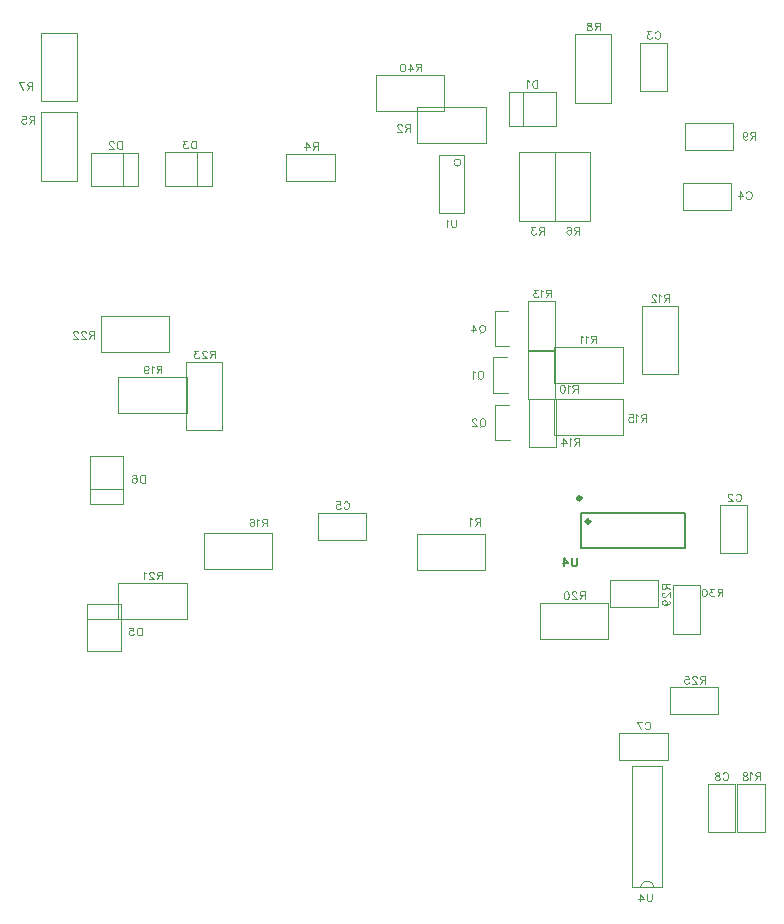
<source format=gbo>
G04 Layer: BottomSilkscreenLayer*
G04 EasyEDA Pro v1.8.39.fb3963, 2022-10-20 14:29:14*
G04 Gerber Generator version 0.3*
G04 Scale: 100 percent, Rotated: No, Reflected: No*
G04 Dimensions in millimeters*
G04 Leading zeros omitted, absolute positions, 4 integers and 2 decimals*
%FSLAX42Y42*%
%MOMM*%
%ADD10C,0.1*%
%ADD11C,0.1524*%
%ADD12C,0.299999*%
G75*


G04 Text Start*
G04 //text: R8*
G54D10*
G01X100376Y64321D02*
G01X100376Y64256D01*
G01X100376Y64321D02*
G01X100349Y64321D01*
G01X100340Y64318D01*
G01X100337Y64314D01*
G01X100334Y64308D01*
G01Y64302D01*
G01X100337Y64296D01*
G01X100340Y64293D01*
G01X100349Y64290D01*
G01X100376D01*
G01X100355Y64290D02*
G01X100334Y64256D01*
G01X100294Y64321D02*
G01X100303Y64318D01*
G01X100306Y64311D01*
G01Y64305D01*
G01X100303Y64299D01*
G01X100297Y64296D01*
G01X100285Y64293D01*
G01X100275Y64290D01*
G01X100269Y64284D01*
G01X100266Y64278D01*
G01Y64268D01*
G01X100269Y64262D01*
G01X100272Y64259D01*
G01X100281Y64256D01*
G01X100294D01*
G01X100303Y64259D01*
G01X100306Y64262D01*
G01X100309Y64268D01*
G01Y64278D01*
G01X100306Y64284D01*
G01X100300Y64290D01*
G01X100291Y64293D01*
G01X100278Y64296D01*
G01X100272Y64299D01*
G01X100269Y64305D01*
G01Y64311D01*
G01X100272Y64318D01*
G01X100281Y64321D01*
G01X100294D01*
G04 //text: U1*
G01X99163Y62651D02*
G01X99163Y62605D01*
G01X99160Y62596D01*
G01X99154Y62590D01*
G01X99145Y62587D01*
G01X99139D01*
G01X99130Y62590D01*
G01X99124Y62596D01*
G01X99121Y62605D01*
G01Y62651D01*
G01X99096Y62639D02*
G01X99090Y62642D01*
G01X99080Y62651D01*
G01Y62587D01*
G04 //text: U4*
G01X100817Y56944D02*
G01X100817Y56898D01*
G01X100814Y56889D01*
G01X100808Y56883D01*
G01X100799Y56880D01*
G01X100793D01*
G01X100783Y56883D01*
G01X100777Y56889D01*
G01X100774Y56898D01*
G01Y56944D01*
G01X100719Y56944D02*
G01X100750Y56901D01*
G01X100704D01*
G01X100719Y56944D02*
G01X100719Y56880D01*
G04 //text: R23*
G01X97118Y61543D02*
G01X97118Y61479D01*
G01X97118Y61543D02*
G01X97091Y61543D01*
G01X97082Y61540D01*
G01X97079Y61537D01*
G01X97076Y61531D01*
G01Y61525D01*
G01X97079Y61519D01*
G01X97082Y61515D01*
G01X97091Y61512D01*
G01X97118D01*
G01X97097Y61512D02*
G01X97076Y61479D01*
G01X97048Y61528D02*
G01X97048Y61531D01*
G01X97045Y61537D01*
G01X97042Y61540D01*
G01X97036Y61543D01*
G01X97023D01*
G01X97017Y61540D01*
G01X97014Y61537D01*
G01X97011Y61531D01*
G01Y61525D01*
G01X97014Y61519D01*
G01X97020Y61509D01*
G01X97051Y61479D01*
G01X97008D01*
G01X96977Y61543D02*
G01X96944Y61543D01*
G01X96962Y61519D01*
G01X96953D01*
G01X96947Y61515D01*
G01X96944Y61512D01*
G01X96941Y61503D01*
G01Y61497D01*
G01X96944Y61488D01*
G01X96950Y61482D01*
G01X96959Y61479D01*
G01X96968D01*
G01X96977Y61482D01*
G01X96980Y61485D01*
G01X96983Y61491D01*
G04 //text: R12*
G01X100964Y62019D02*
G01X100964Y61955D01*
G01X100964Y62019D02*
G01X100936Y62019D01*
G01X100927Y62016D01*
G01X100924Y62013D01*
G01X100921Y62007D01*
G01Y62001D01*
G01X100924Y61995D01*
G01X100927Y61992D01*
G01X100936Y61989D01*
G01X100964D01*
G01X100942Y61989D02*
G01X100921Y61955D01*
G01X100896Y62007D02*
G01X100890Y62010D01*
G01X100881Y62019D01*
G01Y61955D01*
G01X100853Y62004D02*
G01X100853Y62007D01*
G01X100850Y62013D01*
G01X100847Y62016D01*
G01X100841Y62019D01*
G01X100829D01*
G01X100823Y62016D01*
G01X100820Y62013D01*
G01X100817Y62007D01*
G01Y62001D01*
G01X100820Y61995D01*
G01X100826Y61986D01*
G01X100856Y61955D01*
G01X100814D01*
G04 //text: R16*
G01X97559Y60119D02*
G01X97559Y60055D01*
G01X97559Y60119D02*
G01X97532Y60119D01*
G01X97522Y60116D01*
G01X97519Y60113D01*
G01X97516Y60107D01*
G01Y60101D01*
G01X97519Y60095D01*
G01X97522Y60092D01*
G01X97532Y60088D01*
G01X97559D01*
G01X97538Y60088D02*
G01X97516Y60055D01*
G01X97492Y60107D02*
G01X97486Y60110D01*
G01X97476Y60119D01*
G01Y60055D01*
G01X97415Y60110D02*
G01X97418Y60116D01*
G01X97427Y60119D01*
G01X97433D01*
G01X97442Y60116D01*
G01X97448Y60107D01*
G01X97452Y60092D01*
G01Y60076D01*
G01X97448Y60064D01*
G01X97442Y60058D01*
G01X97433Y60055D01*
G01X97430D01*
G01X97421Y60058D01*
G01X97415Y60064D01*
G01X97412Y60073D01*
G01Y60076D01*
G01X97415Y60085D01*
G01X97421Y60092D01*
G01X97430Y60095D01*
G01X97433D01*
G01X97442Y60092D01*
G01X97448Y60085D01*
G01X97452Y60076D01*
G04 //text: C7*
G01X100760Y58385D02*
G01X100763Y58391D01*
G01X100770Y58397D01*
G01X100776Y58400D01*
G01X100788D01*
G01X100794Y58397D01*
G01X100800Y58391D01*
G01X100803Y58385D01*
G01X100806Y58375D01*
G01Y58360D01*
G01X100803Y58351D01*
G01X100800Y58345D01*
G01X100794Y58339D01*
G01X100788Y58336D01*
G01X100776D01*
G01X100770Y58339D01*
G01X100763Y58345D01*
G01X100760Y58351D01*
G01X100693Y58400D02*
G01X100723Y58336D01*
G01X100736Y58400D02*
G01X100693Y58400D01*
G04 //text: R25*
G01X101269Y58789D02*
G01X101269Y58724D01*
G01X101269Y58789D02*
G01X101241Y58789D01*
G01X101232Y58786D01*
G01X101229Y58783D01*
G01X101226Y58776D01*
G01Y58770D01*
G01X101229Y58764D01*
G01X101232Y58761D01*
G01X101241Y58758D01*
G01X101269D01*
G01X101247Y58758D02*
G01X101226Y58724D01*
G01X101198Y58773D02*
G01X101198Y58776D01*
G01X101195Y58783D01*
G01X101192Y58786D01*
G01X101186Y58789D01*
G01X101174D01*
G01X101168Y58786D01*
G01X101165Y58783D01*
G01X101162Y58776D01*
G01Y58770D01*
G01X101165Y58764D01*
G01X101171Y58755D01*
G01X101201Y58724D01*
G01X101159D01*
G01X101097Y58789D02*
G01X101128Y58789D01*
G01X101131Y58761D01*
G01X101128Y58764D01*
G01X101119Y58767D01*
G01X101110D01*
G01X101100Y58764D01*
G01X101094Y58758D01*
G01X101091Y58749D01*
G01Y58743D01*
G01X101094Y58734D01*
G01X101100Y58727D01*
G01X101110Y58724D01*
G01X101119D01*
G01X101128Y58727D01*
G01X101131Y58730D01*
G01X101134Y58737D01*
G04 //text: Q2*
G01X99391Y60969D02*
G01X99397Y60966D01*
G01X99403Y60960D01*
G01X99406Y60954D01*
G01X99409Y60944D01*
G01Y60929D01*
G01X99406Y60920D01*
G01X99403Y60914D01*
G01X99397Y60908D01*
G01X99391Y60905D01*
G01X99378D01*
G01X99372Y60908D01*
G01X99366Y60914D01*
G01X99363Y60920D01*
G01X99360Y60929D01*
G01Y60944D01*
G01X99363Y60954D01*
G01X99366Y60960D01*
G01X99372Y60966D01*
G01X99378Y60969D01*
G01X99391D01*
G01X99382Y60917D02*
G01X99363Y60898D01*
G01X99332Y60954D02*
G01X99332Y60957D01*
G01X99329Y60963D01*
G01X99326Y60966D01*
G01X99320Y60969D01*
G01X99308D01*
G01X99302Y60966D01*
G01X99299Y60963D01*
G01X99296Y60957D01*
G01Y60951D01*
G01X99299Y60944D01*
G01X99305Y60935D01*
G01X99336Y60905D01*
G01X99293D01*
G04 //text: Q1*
G01X99373Y61371D02*
G01X99379Y61368D01*
G01X99385Y61362D01*
G01X99388Y61356D01*
G01X99391Y61346D01*
G01Y61331D01*
G01X99388Y61322D01*
G01X99385Y61316D01*
G01X99379Y61310D01*
G01X99373Y61307D01*
G01X99361D01*
G01X99355Y61310D01*
G01X99349Y61316D01*
G01X99346Y61322D01*
G01X99342Y61331D01*
G01Y61346D01*
G01X99346Y61356D01*
G01X99349Y61362D01*
G01X99355Y61368D01*
G01X99361Y61371D01*
G01X99373D01*
G01X99364Y61319D02*
G01X99346Y61301D01*
G01X99318Y61359D02*
G01X99311Y61362D01*
G01X99302Y61371D01*
G01Y61307D01*
G04 //text: Q4*
G01X99386Y61764D02*
G01X99392Y61761D01*
G01X99399Y61755D01*
G01X99402Y61748D01*
G01X99405Y61739D01*
G01Y61724D01*
G01X99402Y61715D01*
G01X99399Y61709D01*
G01X99392Y61702D01*
G01X99386Y61699D01*
G01X99374D01*
G01X99368Y61702D01*
G01X99362Y61709D01*
G01X99359Y61715D01*
G01X99356Y61724D01*
G01Y61739D01*
G01X99359Y61748D01*
G01X99362Y61755D01*
G01X99368Y61761D01*
G01X99374Y61764D01*
G01X99386D01*
G01X99377Y61712D02*
G01X99359Y61693D01*
G01X99301Y61764D02*
G01X99331Y61721D01*
G01X99285D01*
G01X99301Y61764D02*
G01X99301Y61699D01*
G04 //text: R14*
G01X100204Y60803D02*
G01X100204Y60739D01*
G01X100204Y60803D02*
G01X100177Y60803D01*
G01X100167Y60800D01*
G01X100164Y60797D01*
G01X100161Y60791D01*
G01Y60785D01*
G01X100164Y60779D01*
G01X100167Y60776D01*
G01X100177Y60773D01*
G01X100204D01*
G01X100183Y60773D02*
G01X100161Y60739D01*
G01X100137Y60791D02*
G01X100131Y60794D01*
G01X100121Y60803D01*
G01Y60739D01*
G01X100066Y60803D02*
G01X100097Y60760D01*
G01X100051D01*
G01X100066Y60803D02*
G01X100066Y60739D01*
G04 //text: R6*
G01X100202Y62590D02*
G01X100202Y62526D01*
G01X100202Y62590D02*
G01X100175Y62590D01*
G01X100166Y62587D01*
G01X100163Y62584D01*
G01X100160Y62578D01*
G01Y62572D01*
G01X100163Y62565D01*
G01X100166Y62562D01*
G01X100175Y62559D01*
G01X100202D01*
G01X100181Y62559D02*
G01X100160Y62526D01*
G01X100098Y62581D02*
G01X100101Y62587D01*
G01X100110Y62590D01*
G01X100117D01*
G01X100126Y62587D01*
G01X100132Y62578D01*
G01X100135Y62562D01*
G01Y62547D01*
G01X100132Y62535D01*
G01X100126Y62529D01*
G01X100117Y62526D01*
G01X100113D01*
G01X100104Y62529D01*
G01X100098Y62535D01*
G01X100095Y62544D01*
G01Y62547D01*
G01X100098Y62556D01*
G01X100104Y62562D01*
G01X100113Y62565D01*
G01X100117D01*
G01X100126Y62562D01*
G01X100132Y62556D01*
G01X100135Y62547D01*
G04 //text: R3*
G01X99904Y62590D02*
G01X99904Y62526D01*
G01X99904Y62590D02*
G01X99876Y62590D01*
G01X99867Y62587D01*
G01X99864Y62584D01*
G01X99861Y62578D01*
G01Y62572D01*
G01X99864Y62565D01*
G01X99867Y62562D01*
G01X99876Y62559D01*
G01X99904D01*
G01X99882Y62559D02*
G01X99861Y62526D01*
G01X99830Y62590D02*
G01X99796Y62590D01*
G01X99815Y62565D01*
G01X99806D01*
G01X99799Y62562D01*
G01X99796Y62559D01*
G01X99793Y62550D01*
G01Y62544D01*
G01X99796Y62535D01*
G01X99802Y62529D01*
G01X99812Y62526D01*
G01X99821D01*
G01X99830Y62529D01*
G01X99833Y62532D01*
G01X99836Y62538D01*
G04 //text: R11*
G01X100345Y61671D02*
G01X100345Y61607D01*
G01X100345Y61671D02*
G01X100318Y61671D01*
G01X100309Y61668D01*
G01X100306Y61665D01*
G01X100302Y61659D01*
G01Y61653D01*
G01X100306Y61647D01*
G01X100309Y61644D01*
G01X100318Y61641D01*
G01X100345D01*
G01X100324Y61641D02*
G01X100302Y61607D01*
G01X100278Y61659D02*
G01X100272Y61662D01*
G01X100262Y61671D01*
G01Y61607D01*
G01X100238Y61659D02*
G01X100232Y61662D01*
G01X100222Y61671D01*
G01Y61607D01*
G04 //text: R15*
G01X100769Y61004D02*
G01X100769Y60940D01*
G01X100769Y61004D02*
G01X100742Y61004D01*
G01X100732Y61001D01*
G01X100729Y60998D01*
G01X100726Y60992D01*
G01Y60986D01*
G01X100729Y60980D01*
G01X100732Y60977D01*
G01X100742Y60973D01*
G01X100769D01*
G01X100748Y60973D02*
G01X100726Y60940D01*
G01X100702Y60992D02*
G01X100696Y60995D01*
G01X100686Y61004D01*
G01Y60940D01*
G01X100625Y61004D02*
G01X100655Y61004D01*
G01X100658Y60977D01*
G01X100655Y60980D01*
G01X100646Y60983D01*
G01X100637D01*
G01X100628Y60980D01*
G01X100622Y60973D01*
G01X100619Y60964D01*
G01Y60958D01*
G01X100622Y60949D01*
G01X100628Y60943D01*
G01X100637Y60940D01*
G01X100646D01*
G01X100655Y60943D01*
G01X100658Y60946D01*
G01X100662Y60952D01*
G04 //text: R4*
G01X97988Y63307D02*
G01X97988Y63243D01*
G01X97988Y63307D02*
G01X97961Y63307D01*
G01X97951Y63304D01*
G01X97948Y63301D01*
G01X97945Y63295D01*
G01Y63289D01*
G01X97948Y63283D01*
G01X97951Y63279D01*
G01X97961Y63276D01*
G01X97988D01*
G01X97967Y63276D02*
G01X97945Y63243D01*
G01X97890Y63307D02*
G01X97921Y63264D01*
G01X97875D01*
G01X97890Y63307D02*
G01X97890Y63243D01*
G04 //text: C4*
G01X101616Y62876D02*
G01X101619Y62883D01*
G01X101625Y62889D01*
G01X101632Y62892D01*
G01X101644D01*
G01X101650Y62889D01*
G01X101656Y62883D01*
G01X101659Y62876D01*
G01X101662Y62867D01*
G01Y62852D01*
G01X101659Y62843D01*
G01X101656Y62837D01*
G01X101650Y62831D01*
G01X101644Y62827D01*
G01X101632D01*
G01X101625Y62831D01*
G01X101619Y62837D01*
G01X101616Y62843D01*
G01X101561Y62892D02*
G01X101592Y62849D01*
G01X101546D01*
G01X101561Y62892D02*
G01X101561Y62827D01*
G04 //text: C3*
G01X100842Y64232D02*
G01X100845Y64238D01*
G01X100852Y64244D01*
G01X100858Y64247D01*
G01X100870D01*
G01X100876Y64244D01*
G01X100882Y64238D01*
G01X100885Y64232D01*
G01X100888Y64223D01*
G01Y64207D01*
G01X100885Y64198D01*
G01X100882Y64192D01*
G01X100876Y64186D01*
G01X100870Y64183D01*
G01X100858D01*
G01X100852Y64186D01*
G01X100845Y64192D01*
G01X100842Y64198D01*
G01X100811Y64247D02*
G01X100778Y64247D01*
G01X100796Y64223D01*
G01X100787D01*
G01X100781Y64219D01*
G01X100778Y64216D01*
G01X100775Y64207D01*
G01Y64201D01*
G01X100778Y64192D01*
G01X100784Y64186D01*
G01X100793Y64183D01*
G01X100802D01*
G01X100811Y64186D01*
G01X100815Y64189D01*
G01X100818Y64195D01*
G04 //text: R9*
G01X101695Y63394D02*
G01X101695Y63330D01*
G01X101695Y63394D02*
G01X101667Y63394D01*
G01X101658Y63391D01*
G01X101655Y63388D01*
G01X101652Y63382D01*
G01Y63376D01*
G01X101655Y63370D01*
G01X101658Y63367D01*
G01X101667Y63363D01*
G01X101695D01*
G01X101673Y63363D02*
G01X101652Y63330D01*
G01X101587Y63373D02*
G01X101590Y63363D01*
G01X101596Y63357D01*
G01X101606Y63354D01*
G01X101609D01*
G01X101618Y63357D01*
G01X101624Y63363D01*
G01X101627Y63373D01*
G01Y63376D01*
G01X101624Y63385D01*
G01X101618Y63391D01*
G01X101609Y63394D01*
G01X101606D01*
G01X101596Y63391D01*
G01X101590Y63385D01*
G01X101587Y63373D01*
G01Y63357D01*
G01X101590Y63342D01*
G01X101596Y63333D01*
G01X101606Y63330D01*
G01X101612D01*
G01X101621Y63333D01*
G01X101624Y63339D01*
G04 //text: R13*
G01X99964Y62059D02*
G01X99964Y61995D01*
G01X99964Y62059D02*
G01X99936Y62059D01*
G01X99927Y62056D01*
G01X99924Y62053D01*
G01X99921Y62047D01*
G01Y62041D01*
G01X99924Y62035D01*
G01X99927Y62031D01*
G01X99936Y62028D01*
G01X99964D01*
G01X99943Y62028D02*
G01X99921Y61995D01*
G01X99897Y62047D02*
G01X99890Y62050D01*
G01X99881Y62059D01*
G01Y61995D01*
G01X99850Y62059D02*
G01X99817Y62059D01*
G01X99835Y62035D01*
G01X99826D01*
G01X99820Y62031D01*
G01X99817Y62028D01*
G01X99814Y62019D01*
G01Y62013D01*
G01X99817Y62004D01*
G01X99823Y61998D01*
G01X99832Y61995D01*
G01X99841D01*
G01X99850Y61998D01*
G01X99853Y62001D01*
G01X99856Y62007D01*
G04 //text: R10*
G01X100189Y61252D02*
G01X100189Y61187D01*
G01X100189Y61252D02*
G01X100162Y61252D01*
G01X100152Y61249D01*
G01X100149Y61246D01*
G01X100146Y61240D01*
G01Y61233D01*
G01X100149Y61227D01*
G01X100152Y61224D01*
G01X100162Y61221D01*
G01X100189D01*
G01X100168Y61221D02*
G01X100146Y61187D01*
G01X100122Y61240D02*
G01X100116Y61243D01*
G01X100106Y61252D01*
G01Y61187D01*
G01X100063Y61252D02*
G01X100072Y61249D01*
G01X100078Y61240D01*
G01X100082Y61224D01*
G01Y61215D01*
G01X100078Y61200D01*
G01X100072Y61191D01*
G01X100063Y61187D01*
G01X100057D01*
G01X100048Y61191D01*
G01X100042Y61200D01*
G01X100039Y61215D01*
G01Y61224D01*
G01X100042Y61240D01*
G01X100048Y61249D01*
G01X100057Y61252D01*
G01X100063D01*
G04 //text: C5*
G01X98208Y60251D02*
G01X98211Y60257D01*
G01X98217Y60263D01*
G01X98223Y60266D01*
G01X98235D01*
G01X98241Y60263D01*
G01X98247Y60257D01*
G01X98251Y60251D01*
G01X98254Y60241D01*
G01Y60226D01*
G01X98251Y60217D01*
G01X98247Y60211D01*
G01X98241Y60205D01*
G01X98235Y60202D01*
G01X98223D01*
G01X98217Y60205D01*
G01X98211Y60211D01*
G01X98208Y60217D01*
G01X98146Y60266D02*
G01X98177Y60266D01*
G01X98180Y60238D01*
G01X98177Y60241D01*
G01X98168Y60245D01*
G01X98159D01*
G01X98149Y60241D01*
G01X98143Y60235D01*
G01X98140Y60226D01*
G01Y60220D01*
G01X98143Y60211D01*
G01X98149Y60205D01*
G01X98159Y60202D01*
G01X98168D01*
G01X98177Y60205D01*
G01X98180Y60208D01*
G01X98183Y60214D01*
G04 //text: C8*
G01X101418Y57957D02*
G01X101421Y57963D01*
G01X101427Y57969D01*
G01X101433Y57972D01*
G01X101445D01*
G01X101451Y57969D01*
G01X101458Y57963D01*
G01X101461Y57957D01*
G01X101464Y57947D01*
G01Y57932D01*
G01X101461Y57923D01*
G01X101458Y57917D01*
G01X101451Y57911D01*
G01X101445Y57908D01*
G01X101433D01*
G01X101427Y57911D01*
G01X101421Y57917D01*
G01X101418Y57923D01*
G01X101378Y57972D02*
G01X101387Y57969D01*
G01X101390Y57963D01*
G01Y57957D01*
G01X101387Y57951D01*
G01X101381Y57947D01*
G01X101369Y57944D01*
G01X101360Y57941D01*
G01X101353Y57935D01*
G01X101350Y57929D01*
G01Y57920D01*
G01X101353Y57914D01*
G01X101357Y57911D01*
G01X101366Y57908D01*
G01X101378D01*
G01X101387Y57911D01*
G01X101390Y57914D01*
G01X101393Y57920D01*
G01Y57929D01*
G01X101390Y57935D01*
G01X101384Y57941D01*
G01X101375Y57944D01*
G01X101363Y57947D01*
G01X101357Y57951D01*
G01X101353Y57957D01*
G01Y57963D01*
G01X101357Y57969D01*
G01X101366Y57972D01*
G01X101378D01*
G04 //text: R18*
G01X101736Y57972D02*
G01X101736Y57908D01*
G01X101736Y57972D02*
G01X101708Y57972D01*
G01X101699Y57969D01*
G01X101696Y57966D01*
G01X101693Y57960D01*
G01Y57954D01*
G01X101696Y57947D01*
G01X101699Y57944D01*
G01X101708Y57941D01*
G01X101736D01*
G01X101715Y57941D02*
G01X101693Y57908D01*
G01X101669Y57960D02*
G01X101662Y57963D01*
G01X101653Y57972D01*
G01Y57908D01*
G01X101613Y57972D02*
G01X101622Y57969D01*
G01X101625Y57963D01*
G01Y57957D01*
G01X101622Y57951D01*
G01X101616Y57947D01*
G01X101604Y57944D01*
G01X101595Y57941D01*
G01X101589Y57935D01*
G01X101586Y57929D01*
G01Y57920D01*
G01X101589Y57914D01*
G01X101592Y57911D01*
G01X101601Y57908D01*
G01X101613D01*
G01X101622Y57911D01*
G01X101625Y57914D01*
G01X101628Y57920D01*
G01Y57929D01*
G01X101625Y57935D01*
G01X101619Y57941D01*
G01X101610Y57944D01*
G01X101598Y57947D01*
G01X101592Y57951D01*
G01X101589Y57957D01*
G01Y57963D01*
G01X101592Y57969D01*
G01X101601Y57972D01*
G01X101613D01*
G04 //text: C2*
G01X101527Y60317D02*
G01X101530Y60323D01*
G01X101536Y60330D01*
G01X101542Y60333D01*
G01X101554D01*
G01X101561Y60330D01*
G01X101567Y60323D01*
G01X101570Y60317D01*
G01X101573Y60308D01*
G01Y60293D01*
G01X101570Y60284D01*
G01X101567Y60277D01*
G01X101561Y60271D01*
G01X101554Y60268D01*
G01X101542D01*
G01X101536Y60271D01*
G01X101530Y60277D01*
G01X101527Y60284D01*
G01X101499Y60317D02*
G01X101499Y60320D01*
G01X101496Y60327D01*
G01X101493Y60330D01*
G01X101487Y60333D01*
G01X101475D01*
G01X101469Y60330D01*
G01X101466Y60327D01*
G01X101463Y60320D01*
G01Y60314D01*
G01X101466Y60308D01*
G01X101472Y60299D01*
G01X101502Y60268D01*
G01X101459D01*
G04 //text: R29*
G01X100903Y59565D02*
G01X100968Y59565D01*
G01X100903Y59565D02*
G01X100903Y59538D01*
G01X100907Y59529D01*
G01X100910Y59526D01*
G01X100916Y59523D01*
G01X100922D01*
G01X100928Y59526D01*
G01X100931Y59529D01*
G01X100934Y59538D01*
G01Y59565D01*
G01X100934Y59544D02*
G01X100968Y59523D01*
G01X100919Y59495D02*
G01X100916Y59495D01*
G01X100910Y59492D01*
G01X100907Y59489D01*
G01X100903Y59483D01*
G01Y59470D01*
G01X100907Y59464D01*
G01X100910Y59461D01*
G01X100916Y59458D01*
G01X100922D01*
G01X100928Y59461D01*
G01X100937Y59467D01*
G01X100968Y59498D01*
G01Y59455D01*
G01X100925Y59391D02*
G01X100934Y59394D01*
G01X100940Y59400D01*
G01X100943Y59409D01*
G01Y59412D01*
G01X100940Y59421D01*
G01X100934Y59427D01*
G01X100925Y59431D01*
G01X100922D01*
G01X100913Y59427D01*
G01X100907Y59421D01*
G01X100903Y59412D01*
G01Y59409D01*
G01X100907Y59400D01*
G01X100913Y59394D01*
G01X100925Y59391D01*
G01X100940D01*
G01X100956Y59394D01*
G01X100965Y59400D01*
G01X100968Y59409D01*
G01Y59415D01*
G01X100965Y59424D01*
G01X100959Y59427D01*
G04 //text: R30*
G01X101416Y59527D02*
G01X101416Y59462D01*
G01X101416Y59527D02*
G01X101389Y59527D01*
G01X101380Y59524D01*
G01X101377Y59521D01*
G01X101374Y59515D01*
G01Y59508D01*
G01X101377Y59502D01*
G01X101380Y59499D01*
G01X101389Y59496D01*
G01X101416D01*
G01X101395Y59496D02*
G01X101374Y59462D01*
G01X101343Y59527D02*
G01X101309Y59527D01*
G01X101328Y59502D01*
G01X101318D01*
G01X101312Y59499D01*
G01X101309Y59496D01*
G01X101306Y59487D01*
G01Y59481D01*
G01X101309Y59472D01*
G01X101315Y59466D01*
G01X101324Y59462D01*
G01X101334D01*
G01X101343Y59466D01*
G01X101346Y59469D01*
G01X101349Y59475D01*
G01X101263Y59527D02*
G01X101272Y59524D01*
G01X101279Y59515D01*
G01X101282Y59499D01*
G01Y59490D01*
G01X101279Y59475D01*
G01X101272Y59466D01*
G01X101263Y59462D01*
G01X101257D01*
G01X101248Y59466D01*
G01X101242Y59475D01*
G01X101239Y59490D01*
G01Y59499D01*
G01X101242Y59515D01*
G01X101248Y59524D01*
G01X101257Y59527D01*
G01X101263D01*
G04 //text: D6*
G01X96525Y60489D02*
G01X96525Y60425D01*
G01X96525Y60489D02*
G01X96503Y60489D01*
G01X96494Y60486D01*
G01X96488Y60480D01*
G01X96485Y60474D01*
G01X96482Y60465D01*
G01Y60449D01*
G01X96485Y60440D01*
G01X96488Y60434D01*
G01X96494Y60428D01*
G01X96503Y60425D01*
G01X96525D01*
G01X96420Y60480D02*
G01X96423Y60486D01*
G01X96433Y60489D01*
G01X96439D01*
G01X96448Y60486D01*
G01X96454Y60477D01*
G01X96457Y60462D01*
G01Y60446D01*
G01X96454Y60434D01*
G01X96448Y60428D01*
G01X96439Y60425D01*
G01X96436D01*
G01X96426Y60428D01*
G01X96420Y60434D01*
G01X96417Y60443D01*
G01Y60446D01*
G01X96420Y60455D01*
G01X96426Y60462D01*
G01X96436Y60465D01*
G01X96439D01*
G01X96448Y60462D01*
G01X96454Y60455D01*
G01X96457Y60446D01*
G04 //text: D5*
G01X96500Y59199D02*
G01X96500Y59135D01*
G01X96500Y59199D02*
G01X96478Y59199D01*
G01X96469Y59196D01*
G01X96463Y59190D01*
G01X96460Y59184D01*
G01X96457Y59175D01*
G01Y59159D01*
G01X96460Y59150D01*
G01X96463Y59144D01*
G01X96469Y59138D01*
G01X96478Y59135D01*
G01X96500D01*
G01X96395Y59199D02*
G01X96426Y59199D01*
G01X96429Y59172D01*
G01X96426Y59175D01*
G01X96417Y59178D01*
G01X96408D01*
G01X96398Y59175D01*
G01X96392Y59168D01*
G01X96389Y59159D01*
G01Y59153D01*
G01X96392Y59144D01*
G01X96398Y59138D01*
G01X96408Y59135D01*
G01X96417D01*
G01X96426Y59138D01*
G01X96429Y59141D01*
G01X96432Y59147D01*
G04 //text: D1*
G01X99848Y63832D02*
G01X99848Y63768D01*
G01X99848Y63832D02*
G01X99827Y63832D01*
G01X99817Y63829D01*
G01X99811Y63823D01*
G01X99808Y63817D01*
G01X99805Y63807D01*
G01Y63792D01*
G01X99808Y63783D01*
G01X99811Y63777D01*
G01X99817Y63771D01*
G01X99827Y63768D01*
G01X99848D01*
G01X99781Y63820D02*
G01X99774Y63823D01*
G01X99765Y63832D01*
G01Y63768D01*
G04 //text: D3*
G01X96957Y63320D02*
G01X96957Y63256D01*
G01X96957Y63320D02*
G01X96936Y63320D01*
G01X96927Y63317D01*
G01X96921Y63311D01*
G01X96918Y63305D01*
G01X96914Y63295D01*
G01Y63280D01*
G01X96918Y63271D01*
G01X96921Y63265D01*
G01X96927Y63259D01*
G01X96936Y63256D01*
G01X96957D01*
G01X96884Y63320D02*
G01X96850Y63320D01*
G01X96868Y63295D01*
G01X96859D01*
G01X96853Y63292D01*
G01X96850Y63289D01*
G01X96847Y63280D01*
G01Y63274D01*
G01X96850Y63265D01*
G01X96856Y63259D01*
G01X96865Y63256D01*
G01X96874D01*
G01X96884Y63259D01*
G01X96887Y63262D01*
G01X96890Y63268D01*
G04 //text: D2*
G01X96330Y63317D02*
G01X96330Y63253D01*
G01X96330Y63317D02*
G01X96309Y63317D01*
G01X96299Y63314D01*
G01X96293Y63308D01*
G01X96290Y63302D01*
G01X96287Y63293D01*
G01Y63277D01*
G01X96290Y63268D01*
G01X96293Y63262D01*
G01X96299Y63256D01*
G01X96309Y63253D01*
G01X96330D01*
G01X96260Y63302D02*
G01X96260Y63305D01*
G01X96256Y63311D01*
G01X96253Y63314D01*
G01X96247Y63317D01*
G01X96235D01*
G01X96229Y63314D01*
G01X96226Y63311D01*
G01X96223Y63305D01*
G01Y63299D01*
G01X96226Y63293D01*
G01X96232Y63284D01*
G01X96263Y63253D01*
G01X96220D01*
G04 //text: R7*
G01X95572Y63814D02*
G01X95572Y63750D01*
G01X95572Y63814D02*
G01X95545Y63814D01*
G01X95535Y63811D01*
G01X95532Y63808D01*
G01X95529Y63802D01*
G01Y63796D01*
G01X95532Y63790D01*
G01X95535Y63787D01*
G01X95545Y63783D01*
G01X95572D01*
G01X95551Y63783D02*
G01X95529Y63750D01*
G01X95462Y63814D02*
G01X95492Y63750D01*
G01X95505Y63814D02*
G01X95462Y63814D01*
G04 //text: R5*
G01X95590Y63529D02*
G01X95590Y63465D01*
G01X95590Y63529D02*
G01X95562Y63529D01*
G01X95553Y63526D01*
G01X95550Y63523D01*
G01X95547Y63517D01*
G01Y63511D01*
G01X95550Y63505D01*
G01X95553Y63502D01*
G01X95562Y63498D01*
G01X95590D01*
G01X95568Y63498D02*
G01X95547Y63465D01*
G01X95485Y63529D02*
G01X95516Y63529D01*
G01X95519Y63502D01*
G01X95516Y63505D01*
G01X95507Y63508D01*
G01X95498D01*
G01X95488Y63505D01*
G01X95482Y63498D01*
G01X95479Y63489D01*
G01Y63483D01*
G01X95482Y63474D01*
G01X95488Y63468D01*
G01X95498Y63465D01*
G01X95507D01*
G01X95516Y63468D01*
G01X95519Y63471D01*
G01X95522Y63477D01*
G04 //text: R20*
G01X100249Y59504D02*
G01X100249Y59440D01*
G01X100249Y59504D02*
G01X100222Y59504D01*
G01X100213Y59501D01*
G01X100210Y59498D01*
G01X100207Y59492D01*
G01Y59486D01*
G01X100210Y59479D01*
G01X100213Y59476D01*
G01X100222Y59473D01*
G01X100249D01*
G01X100228Y59473D02*
G01X100207Y59440D01*
G01X100179Y59489D02*
G01X100179Y59492D01*
G01X100176Y59498D01*
G01X100173Y59501D01*
G01X100166Y59504D01*
G01X100154D01*
G01X100148Y59501D01*
G01X100145Y59498D01*
G01X100142Y59492D01*
G01Y59486D01*
G01X100145Y59479D01*
G01X100151Y59470D01*
G01X100182Y59440D01*
G01X100139D01*
G01X100096Y59504D02*
G01X100105Y59501D01*
G01X100111Y59492D01*
G01X100114Y59476D01*
G01Y59467D01*
G01X100111Y59452D01*
G01X100105Y59443D01*
G01X100096Y59440D01*
G01X100090D01*
G01X100081Y59443D01*
G01X100075Y59452D01*
G01X100071Y59467D01*
G01Y59476D01*
G01X100075Y59492D01*
G01X100081Y59501D01*
G01X100090Y59504D01*
G01X100096D01*
G04 //text: R1*
G01X99365Y60127D02*
G01X99365Y60062D01*
G01X99365Y60127D02*
G01X99337Y60127D01*
G01X99328Y60124D01*
G01X99325Y60121D01*
G01X99322Y60115D01*
G01Y60108D01*
G01X99325Y60102D01*
G01X99328Y60099D01*
G01X99337Y60096D01*
G01X99365D01*
G01X99343Y60096D02*
G01X99322Y60062D01*
G01X99297Y60115D02*
G01X99291Y60118D01*
G01X99282Y60127D01*
G01Y60062D01*
G04 //text: R21*
G01X96669Y59671D02*
G01X96669Y59606D01*
G01X96669Y59671D02*
G01X96642Y59671D01*
G01X96633Y59668D01*
G01X96630Y59664D01*
G01X96627Y59658D01*
G01Y59652D01*
G01X96630Y59646D01*
G01X96633Y59643D01*
G01X96642Y59640D01*
G01X96669D01*
G01X96648Y59640D02*
G01X96627Y59606D01*
G01X96599Y59655D02*
G01X96599Y59658D01*
G01X96596Y59664D01*
G01X96593Y59668D01*
G01X96586Y59671D01*
G01X96574D01*
G01X96568Y59668D01*
G01X96565Y59664D01*
G01X96562Y59658D01*
G01Y59652D01*
G01X96565Y59646D01*
G01X96571Y59637D01*
G01X96602Y59606D01*
G01X96559D01*
G01X96534Y59658D02*
G01X96528Y59661D01*
G01X96519Y59671D01*
G01Y59606D01*
G04 //text: R19*
G01X96666Y61415D02*
G01X96666Y61350D01*
G01X96666Y61415D02*
G01X96639Y61415D01*
G01X96630Y61412D01*
G01X96627Y61409D01*
G01X96624Y61403D01*
G01Y61396D01*
G01X96627Y61390D01*
G01X96630Y61387D01*
G01X96639Y61384D01*
G01X96666D01*
G01X96645Y61384D02*
G01X96624Y61350D01*
G01X96599Y61403D02*
G01X96593Y61406D01*
G01X96583Y61415D01*
G01Y61350D01*
G01X96519Y61393D02*
G01X96522Y61384D01*
G01X96528Y61378D01*
G01X96537Y61375D01*
G01X96540D01*
G01X96550Y61378D01*
G01X96556Y61384D01*
G01X96559Y61393D01*
G01Y61396D01*
G01X96556Y61406D01*
G01X96550Y61412D01*
G01X96540Y61415D01*
G01X96537D01*
G01X96528Y61412D01*
G01X96522Y61406D01*
G01X96519Y61393D01*
G01Y61378D01*
G01X96522Y61363D01*
G01X96528Y61354D01*
G01X96537Y61350D01*
G01X96544D01*
G01X96553Y61354D01*
G01X96556Y61360D01*
G04 //text: R22*
G01X96094Y61709D02*
G01X96094Y61645D01*
G01X96094Y61709D02*
G01X96067Y61709D01*
G01X96057Y61706D01*
G01X96054Y61703D01*
G01X96051Y61697D01*
G01Y61691D01*
G01X96054Y61685D01*
G01X96057Y61682D01*
G01X96067Y61678D01*
G01X96094D01*
G01X96073Y61678D02*
G01X96051Y61645D01*
G01X96024Y61694D02*
G01X96024Y61697D01*
G01X96021Y61703D01*
G01X96017Y61706D01*
G01X96011Y61709D01*
G01X95999D01*
G01X95993Y61706D01*
G01X95990Y61703D01*
G01X95987Y61697D01*
G01Y61691D01*
G01X95990Y61685D01*
G01X95996Y61675D01*
G01X96027Y61645D01*
G01X95984D01*
G01X95956Y61694D02*
G01X95956Y61697D01*
G01X95953Y61703D01*
G01X95950Y61706D01*
G01X95944Y61709D01*
G01X95932D01*
G01X95925Y61706D01*
G01X95922Y61703D01*
G01X95919Y61697D01*
G01Y61691D01*
G01X95922Y61685D01*
G01X95928Y61675D01*
G01X95959Y61645D01*
G01X95916D01*
G04 //text: R2*
G01X98770Y63462D02*
G01X98770Y63397D01*
G01X98770Y63462D02*
G01X98742Y63462D01*
G01X98733Y63459D01*
G01X98730Y63456D01*
G01X98727Y63450D01*
G01Y63443D01*
G01X98730Y63437D01*
G01X98733Y63434D01*
G01X98742Y63431D01*
G01X98770D01*
G01X98748Y63431D02*
G01X98727Y63397D01*
G01X98699Y63446D02*
G01X98699Y63450D01*
G01X98696Y63456D01*
G01X98693Y63459D01*
G01X98687Y63462D01*
G01X98675D01*
G01X98668Y63459D01*
G01X98665Y63456D01*
G01X98662Y63450D01*
G01Y63443D01*
G01X98665Y63437D01*
G01X98671Y63428D01*
G01X98702Y63397D01*
G01X98659D01*
G04 //text: R40*
G01X98865Y63973D02*
G01X98865Y63909D01*
G01X98865Y63973D02*
G01X98837Y63973D01*
G01X98828Y63970D01*
G01X98825Y63967D01*
G01X98822Y63961D01*
G01Y63955D01*
G01X98825Y63949D01*
G01X98828Y63946D01*
G01X98837Y63943D01*
G01X98865D01*
G01X98844Y63943D02*
G01X98822Y63909D01*
G01X98767Y63973D02*
G01X98798Y63930D01*
G01X98752D01*
G01X98767Y63973D02*
G01X98767Y63909D01*
G01X98709Y63973D02*
G01X98718Y63970D01*
G01X98724Y63961D01*
G01X98727Y63946D01*
G01Y63937D01*
G01X98724Y63921D01*
G01X98718Y63912D01*
G01X98709Y63909D01*
G01X98703D01*
G01X98693Y63912D01*
G01X98687Y63921D01*
G01X98684Y63937D01*
G01Y63946D01*
G01X98687Y63961D01*
G01X98693Y63970D01*
G01X98703Y63973D01*
G01X98709D01*
G04 //text: U4*
G54D11*
G01X100183Y59784D02*
G01X100183Y59738D01*
G01X100180Y59729D01*
G01X100173Y59722D01*
G01X100164Y59719D01*
G01X100158D01*
G01X100149Y59722D01*
G01X100143Y59729D01*
G01X100139Y59738D01*
G01Y59784D01*
G01X100078Y59784D02*
G01X100109Y59741D01*
G01X100063D01*
G01X100078Y59784D02*
G01X100078Y59719D01*
G04 Text End*

G04 PolygonModel Start*
G54D10*
G01X100166Y63644D02*
G01X100470Y63644D01*
G01X100166Y63644D02*
G01X100166Y64223D01*
G01X100166Y64223D02*
G01X100470Y64223D01*
G01X100470Y63644D02*
G01X100470Y64223D01*
G01X99018Y63199D02*
G01X99228Y63199D01*
G01X99018Y63199D02*
G01X99018Y62705D01*
G01X99018Y62705D02*
G01X99228Y62705D01*
G01X99228Y63199D02*
G01X99228Y62705D01*
G01X100835Y57001D02*
G03X100723Y57004I-56J-5D01*
G01X100646Y58028D02*
G01X100907Y58028D01*
G01X100907Y58028D02*
G01X100907Y57001D01*
G01X100646Y57001D02*
G01X100907Y57001D01*
G01X100646Y58028D02*
G01X100646Y57001D01*
G01X96874Y60867D02*
G01X97178Y60867D01*
G01X96874Y60867D02*
G01X96874Y61446D01*
G01X96874Y61446D02*
G01X97178Y61446D01*
G01X97178Y60867D02*
G01X97178Y61446D01*
G01X100733Y61343D02*
G01X101037Y61343D01*
G01X100733Y61343D02*
G01X100733Y61922D01*
G01X100733Y61922D02*
G01X101037Y61922D01*
G01X101037Y61343D02*
G01X101037Y61922D01*
G01X97604Y59695D02*
G01X97604Y59999D01*
G01X97604Y59695D02*
G01X97025Y59695D01*
G01X97025Y59695D02*
G01X97025Y59999D01*
G01X97604Y59999D02*
G01X97025Y59999D01*
G01X100541Y58074D02*
G01X100951Y58074D01*
G01X100541Y58303D02*
G01X100541Y58074D01*
G01X100541Y58303D02*
G01X100951Y58303D01*
G01X100951Y58303D02*
G01X100951Y58074D01*
G01X100972Y58463D02*
G01X101382Y58463D01*
G01X100972Y58692D02*
G01X100972Y58463D01*
G01X100972Y58692D02*
G01X101382Y58692D01*
G01X101382Y58692D02*
G01X101382Y58463D01*
G01X99617Y60785D02*
G01X99490Y60785D01*
G01X99490Y61085D02*
G01X99490Y60785D01*
G01X99607Y61085D02*
G01X99490Y61085D01*
G01X99599Y61187D02*
G01X99473Y61187D01*
G01X99473Y61487D02*
G01X99473Y61187D01*
G01X99589Y61487D02*
G01X99473Y61487D01*
G01X99612Y61580D02*
G01X99486Y61580D01*
G01X99486Y61880D02*
G01X99486Y61580D01*
G01X99603Y61880D02*
G01X99486Y61880D01*
G01X100003Y60725D02*
G01X100003Y61135D01*
G01X99775Y60725D02*
G01X100003Y60725D01*
G01X99775Y60725D02*
G01X99775Y61135D01*
G01X99775Y61135D02*
G01X100003Y61135D01*
G01X99994Y62644D02*
G01X100298Y62644D01*
G01X99994Y62644D02*
G01X99994Y63223D01*
G01X99994Y63223D02*
G01X100298Y63223D01*
G01X100298Y62644D02*
G01X100298Y63223D01*
G01X99693Y62644D02*
G01X99997Y62644D01*
G01X99693Y62644D02*
G01X99693Y63223D01*
G01X99693Y63223D02*
G01X99997Y63223D01*
G01X99997Y62644D02*
G01X99997Y63223D01*
G01X100570Y61270D02*
G01X100570Y61574D01*
G01X100570Y61270D02*
G01X99991Y61270D01*
G01X99991Y61270D02*
G01X99991Y61574D01*
G01X100570Y61574D02*
G01X99991Y61574D01*
G01X100570Y60833D02*
G01X100570Y61137D01*
G01X100570Y60833D02*
G01X99991Y60833D01*
G01X99991Y60833D02*
G01X99991Y61137D01*
G01X100570Y61137D02*
G01X99991Y61137D01*
G01X97723Y62982D02*
G01X98133Y62982D01*
G01X97723Y63210D02*
G01X97723Y62982D01*
G01X97723Y63210D02*
G01X98133Y63210D01*
G01X98133Y63210D02*
G01X98133Y62982D01*
G01X101080Y62736D02*
G01X101490Y62736D01*
G01X101080Y62965D02*
G01X101080Y62736D01*
G01X101080Y62965D02*
G01X101490Y62965D01*
G01X101490Y62965D02*
G01X101490Y62736D01*
G01X100943Y63740D02*
G01X100943Y64150D01*
G01X100714Y63740D02*
G01X100943Y63740D01*
G01X100714Y63740D02*
G01X100714Y64150D01*
G01X100714Y64150D02*
G01X100943Y64150D01*
G01X101099Y63245D02*
G01X101509Y63245D01*
G01X101099Y63473D02*
G01X101099Y63245D01*
G01X101099Y63473D02*
G01X101509Y63473D01*
G01X101509Y63473D02*
G01X101509Y63245D01*
G01X100000Y61552D02*
G01X100000Y61962D01*
G01X99771Y61552D02*
G01X100000Y61552D01*
G01X99771Y61552D02*
G01X99771Y61962D01*
G01X99771Y61962D02*
G01X100000Y61962D01*
G01X100000Y61130D02*
G01X100000Y61539D01*
G01X99771Y61130D02*
G01X100000Y61130D01*
G01X99771Y61130D02*
G01X99771Y61539D01*
G01X99771Y61539D02*
G01X100000Y61539D01*
G01X97989Y59940D02*
G01X98399Y59940D01*
G01X97989Y60169D02*
G01X97989Y59940D01*
G01X97989Y60169D02*
G01X98399Y60169D01*
G01X98399Y60169D02*
G01X98399Y59940D01*
G01X101518Y57465D02*
G01X101518Y57875D01*
G01X101290Y57465D02*
G01X101518Y57465D01*
G01X101290Y57465D02*
G01X101290Y57875D01*
G01X101290Y57875D02*
G01X101518Y57875D01*
G01X101772Y57465D02*
G01X101772Y57875D01*
G01X101543Y57465D02*
G01X101772Y57465D01*
G01X101543Y57465D02*
G01X101543Y57875D01*
G01X101543Y57875D02*
G01X101772Y57875D01*
G01X101627Y59826D02*
G01X101627Y60235D01*
G01X101399Y59826D02*
G01X101627Y59826D01*
G01X101399Y59826D02*
G01X101399Y60235D01*
G01X101399Y60235D02*
G01X101627Y60235D01*
G01X100873Y59599D02*
G01X100464Y59599D01*
G01X100873Y59370D02*
G01X100873Y59599D01*
G01X100873Y59370D02*
G01X100464Y59370D01*
G01X100464Y59370D02*
G01X100464Y59599D01*
G01X101224Y59148D02*
G01X101224Y59558D01*
G01X100996Y59148D02*
G01X101224Y59148D01*
G01X100996Y59148D02*
G01X100996Y59558D01*
G01X100996Y59558D02*
G01X101224Y59558D01*
G01X96344Y60647D02*
G01X96344Y60248D01*
G01X96344Y60647D02*
G01X96057Y60647D01*
G01X96057Y60647D02*
G01X96057Y60248D01*
G01X96344Y60248D02*
G01X96057Y60248D01*
G01X96342Y60372D02*
G01X96065Y60372D01*
G01X96038Y58998D02*
G01X96038Y59397D01*
G01X96038Y58998D02*
G01X96325Y58998D01*
G01X96325Y58998D02*
G01X96325Y59397D01*
G01X96038Y59397D02*
G01X96325Y59397D01*
G01X96040Y59272D02*
G01X96317Y59272D01*
G01X100005Y63447D02*
G01X99606Y63447D01*
G01X100005Y63447D02*
G01X100005Y63735D01*
G01X100005Y63735D02*
G01X99606Y63735D01*
G01X99606Y63447D02*
G01X99606Y63735D01*
G01X99731Y63450D02*
G01X99731Y63727D01*
G01X96697Y63223D02*
G01X97096Y63223D01*
G01X96697Y63223D02*
G01X96697Y62935D01*
G01X96697Y62935D02*
G01X97096Y62935D01*
G01X97096Y63223D02*
G01X97096Y62935D01*
G01X96971Y63220D02*
G01X96971Y62944D01*
G01X96069Y63220D02*
G01X96468Y63220D01*
G01X96069Y63220D02*
G01X96069Y62933D01*
G01X96069Y62933D02*
G01X96468Y62933D01*
G01X96468Y63220D02*
G01X96468Y62933D01*
G01X96344Y63218D02*
G01X96344Y62941D01*
G01X95647Y63654D02*
G01X95951Y63654D01*
G01X95647Y63654D02*
G01X95647Y64233D01*
G01X95647Y64233D02*
G01X95951Y64233D01*
G01X95951Y63654D02*
G01X95951Y64233D01*
G01X95644Y62983D02*
G01X95948Y62983D01*
G01X95644Y62983D02*
G01X95644Y63563D01*
G01X95644Y63563D02*
G01X95948Y63563D01*
G01X95948Y62983D02*
G01X95948Y63563D01*
G01X100447Y59103D02*
G01X100447Y59407D01*
G01X100447Y59103D02*
G01X99868Y59103D01*
G01X99868Y59103D02*
G01X99868Y59407D01*
G01X100447Y59407D02*
G01X99868Y59407D01*
G01X99406Y59687D02*
G01X99406Y59991D01*
G01X99406Y59687D02*
G01X98827Y59687D01*
G01X98827Y59687D02*
G01X98827Y59991D01*
G01X99406Y59991D02*
G01X98827Y59991D01*
G01X96881Y59269D02*
G01X96881Y59573D01*
G01X96881Y59269D02*
G01X96301Y59269D01*
G01X96301Y59269D02*
G01X96301Y59573D01*
G01X96881Y59573D02*
G01X96301Y59573D01*
G01X96879Y61014D02*
G01X96879Y61318D01*
G01X96879Y61014D02*
G01X96300Y61014D01*
G01X96300Y61014D02*
G01X96300Y61318D01*
G01X96879Y61318D02*
G01X96300Y61318D01*
G01X96734Y61533D02*
G01X96734Y61837D01*
G01X96734Y61533D02*
G01X96155Y61533D01*
G01X96155Y61533D02*
G01X96155Y61837D01*
G01X96734Y61837D02*
G01X96155Y61837D01*
G01X99410Y63300D02*
G01X99410Y63604D01*
G01X99410Y63300D02*
G01X98830Y63300D01*
G01X98830Y63300D02*
G01X98830Y63604D01*
G01X99410Y63604D02*
G01X98830Y63604D01*
G01X99061Y63572D02*
G01X99061Y63876D01*
G01X99061Y63572D02*
G01X98482Y63572D01*
G01X98482Y63572D02*
G01X98482Y63876D01*
G01X99061Y63876D02*
G01X98482Y63876D01*
G54D11*
G01X100220Y60172D02*
G01X100220Y59868D01*
G01X100220Y59868D02*
G01X101100Y59868D01*
G01X101100Y59868D02*
G01X101100Y60172D01*
G01X101100Y60172D02*
G01X100220Y60172D01*
G04 PolygonModel End*

G04 Circle Start*
G54D10*
G01X99142Y63134D02*
G03X99202Y63134I30J0D01*
G03X99142I-30J0D01*
G54D12*
G01X100264Y60097D02*
G03X100294Y60097I15J0D01*
G03X100264I-15J0D01*
G01X100189Y60294D02*
G03X100219Y60294I15J0D01*
G03X100189I-15J0D01*
G04 Circle End*

M02*

</source>
